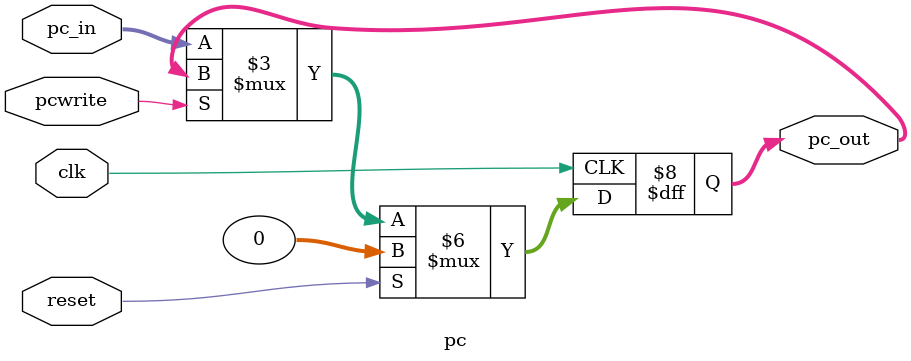
<source format=sv>
`timescale 1ns/1ns

module pc(
  input clk,
  input reset,
  input pcwrite,
  input[31:0] pc_in,
  output reg[31:0] pc_out
);
  always@(posedge clk)
    begin
      if(reset)
        pc_out<=0;
      else if(pcwrite)
        pc_out<=pc_out;
      else
        pc_out<=pc_in;
    end
endmodule
</source>
